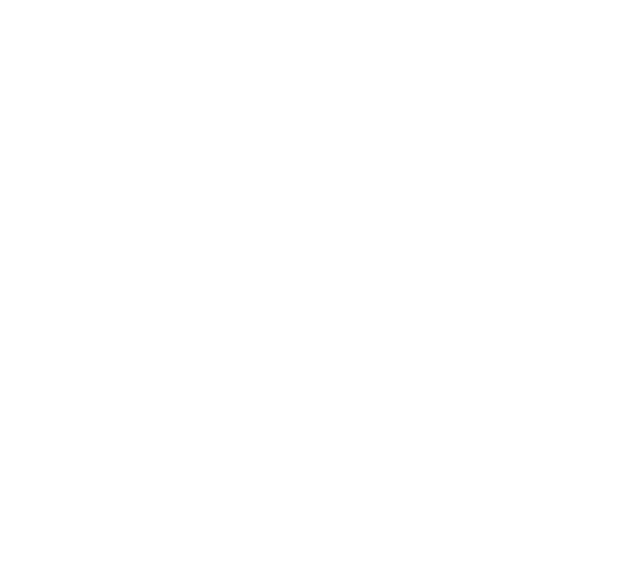
<source format=gbs>
G04 Layer_Color=8150272*
%FSLAX25Y25*%
%MOIN*%
G70*
G01*
G75*
%ADD69C,0.00394*%
D69*
X220079Y464567D02*
D03*
X418898Y448819D02*
D03*
X220079Y281496D02*
D03*
X418898D02*
D03*
M02*

</source>
